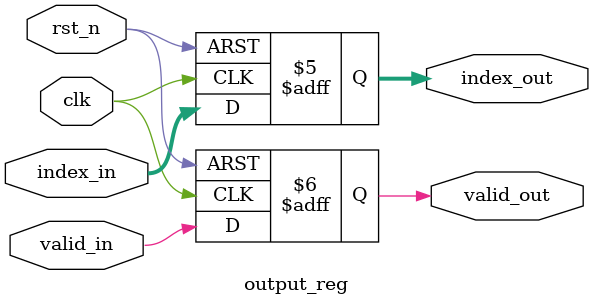
<source format=sv>
module prio_enc_dynamic_mask #(parameter W=8)(
  input wire clk,
  input wire rst_n,
  input wire valid_in,
  input wire [W-1:0] mask,
  input wire [W-1:0] req,
  output reg [$clog2(W)-1:0] index,
  output reg valid_out
);

  // Pipeline stage 1 signals
  wire [W-1:0] mask_stage1;
  wire [W-1:0] req_stage1;
  wire valid_stage1;
  
  // Pipeline stage 2 signals
  wire [W-1:0] masked_req_stage2;
  wire valid_stage2;
  
  // Pipeline stage 3 signals
  wire [$clog2(W)-1:0] next_index;

  // Stage 1: Input register
  input_reg #(.W(W)) u_input_reg (
    .clk(clk),
    .rst_n(rst_n),
    .mask_in(mask),
    .req_in(req),
    .valid_in(valid_in),
    .mask_out(mask_stage1),
    .req_out(req_stage1),
    .valid_out(valid_stage1)
  );

  // Stage 2: Masking logic
  mask_logic #(.W(W)) u_mask_logic (
    .clk(clk),
    .rst_n(rst_n),
    .mask_in(mask_stage1),
    .req_in(req_stage1),
    .valid_in(valid_stage1),
    .masked_req_out(masked_req_stage2),
    .valid_out(valid_stage2)
  );

  // Stage 3: Priority encoder
  prio_encoder #(.W(W)) u_prio_encoder (
    .masked_req(masked_req_stage2),
    .index(next_index)
  );

  // Stage 4: Output register
  output_reg #(.W(W)) u_output_reg (
    .clk(clk),
    .rst_n(rst_n),
    .index_in(next_index),
    .valid_in(valid_stage2),
    .index_out(index),
    .valid_out(valid_out)
  );

endmodule

// Input register module
module input_reg #(parameter W=8)(
  input wire clk,
  input wire rst_n,
  input wire [W-1:0] mask_in,
  input wire [W-1:0] req_in,
  input wire valid_in,
  output reg [W-1:0] mask_out,
  output reg [W-1:0] req_out,
  output reg valid_out
);

  always @(posedge clk or negedge rst_n) begin
    if (!rst_n) begin
      mask_out <= {W{1'b0}};
      req_out <= {W{1'b0}};
      valid_out <= 1'b0;
    end else begin
      mask_out <= mask_in;
      req_out <= req_in;
      valid_out <= valid_in;
    end
  end

endmodule

// Masking logic module
module mask_logic #(parameter W=8)(
  input wire clk,
  input wire rst_n,
  input wire [W-1:0] mask_in,
  input wire [W-1:0] req_in,
  input wire valid_in,
  output reg [W-1:0] masked_req_out,
  output reg valid_out
);

  always @(posedge clk or negedge rst_n) begin
    if (!rst_n) begin
      masked_req_out <= {W{1'b0}};
      valid_out <= 1'b0;
    end else begin
      masked_req_out <= req_in & mask_in;
      valid_out <= valid_in;
    end
  end

endmodule

// Priority encoder module
module prio_encoder #(parameter W=8)(
  input wire [W-1:0] masked_req,
  output reg [$clog2(W)-1:0] index
);

  always @(*) begin
    index = {$clog2(W){1'b0}};
    for(integer i=W-1; i>=0; i=i-1)
      if(masked_req[i]) index = i[$clog2(W)-1:0];
  end

endmodule

// Output register module
module output_reg #(parameter W=8)(
  input wire clk,
  input wire rst_n,
  input wire [$clog2(W)-1:0] index_in,
  input wire valid_in,
  output reg [$clog2(W)-1:0] index_out,
  output reg valid_out
);

  always @(posedge clk or negedge rst_n) begin
    if (!rst_n) begin
      index_out <= {$clog2(W){1'b0}};
      valid_out <= 1'b0;
    end else begin
      index_out <= index_in;
      valid_out <= valid_in;
    end
  end

endmodule
</source>
